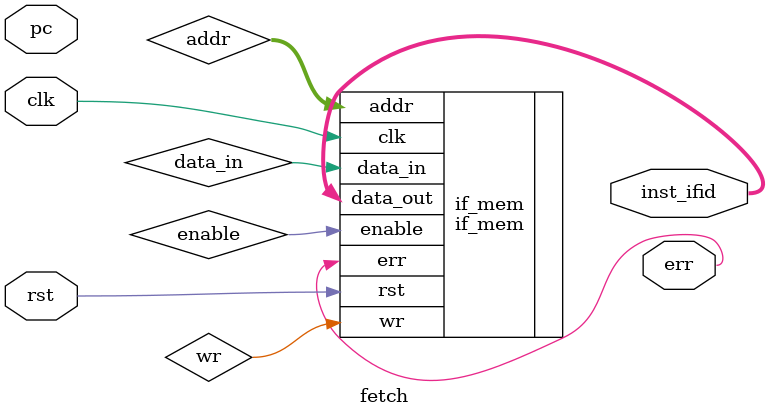
<source format=sv>
module fetch (
    input logic         clk,
    input logic         rst,
    input logic [15:0]  pc,

    output logic [15:0] inst_ifid,
    output logic        err
);

logic [15:0]    addr;
logic           enable;
logic           data_in;
logic           wr;

if_mem if_mem (
    // Inputs
    .clk            (clk),
    .rst            (rst),
    .addr           (addr),
    .enable         (enable),
    .data_in        (data_in),
    .wr             (wr),

    // Outputs
    .data_out       (inst_ifid),
    .err            (err)
);

endmodule
</source>
